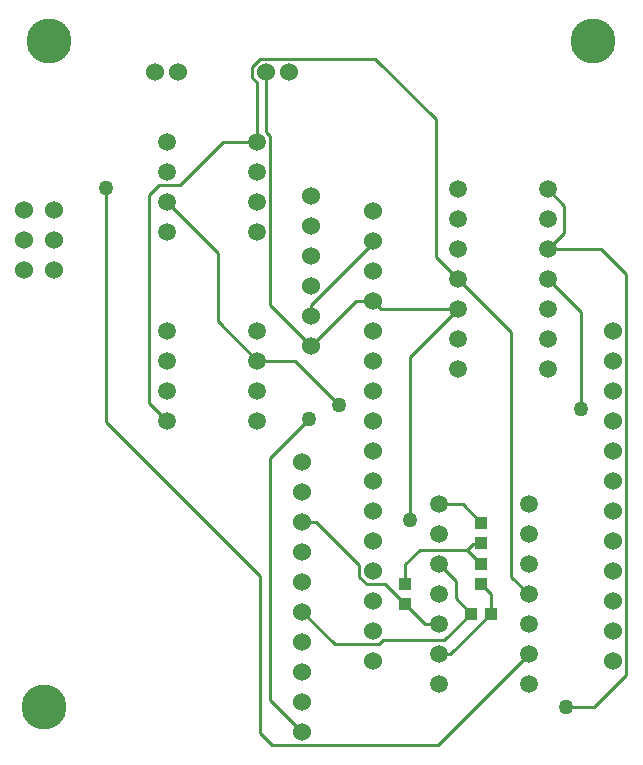
<source format=gbl>
G04 Layer_Physical_Order=2*
G04 Layer_Color=16711680*
%FSAX25Y25*%
%MOIN*%
G70*
G01*
G75*
%ADD10R,0.04331X0.03937*%
%ADD11R,0.03937X0.04331*%
%ADD12C,0.01000*%
%ADD13C,0.06000*%
%ADD14C,0.05906*%
%ADD15C,0.15000*%
%ADD16C,0.05000*%
D10*
X0349247Y0166100D02*
D03*
X0342553D02*
D03*
D11*
X0320700Y0175847D02*
D03*
Y0169153D02*
D03*
X0346000Y0196447D02*
D03*
Y0189753D02*
D03*
Y0182546D02*
D03*
Y0175854D02*
D03*
D12*
X0275700Y0137400D02*
X0286400Y0126700D01*
X0275700Y0137400D02*
Y0218000D01*
X0288600Y0230900D01*
X0314054Y0175800D02*
X0320700Y0169153D01*
X0308036Y0175800D02*
X0314054D01*
X0305400Y0178436D02*
X0308036Y0175800D01*
X0305400Y0178436D02*
Y0182164D01*
X0290864Y0196700D02*
X0305400Y0182164D01*
X0286400Y0196700D02*
X0290864D01*
X0374400Y0134800D02*
X0383600D01*
X0394400Y0145600D01*
Y0232164D01*
Y0231000D02*
Y0279200D01*
X0386000Y0287600D02*
X0394400Y0279200D01*
X0368200Y0287600D02*
X0386000D01*
X0258100Y0263500D02*
X0271400Y0250200D01*
X0258100Y0263500D02*
Y0286300D01*
X0241100Y0303300D02*
X0258100Y0286300D01*
X0284000Y0250200D02*
X0298700Y0235500D01*
X0271400Y0250200D02*
X0284000D01*
X0379300Y0234300D02*
Y0266500D01*
X0368200Y0277600D02*
X0379300Y0266500D01*
X0322300Y0251700D02*
X0338200Y0267600D01*
X0322300Y0197200D02*
Y0251700D01*
X0286400Y0166700D02*
X0297300Y0155800D01*
X0311764D01*
X0313164Y0157200D01*
X0333653D01*
X0342553Y0166100D01*
X0276300Y0122200D02*
X0331500D01*
X0272200Y0126300D02*
X0276300Y0122200D01*
X0272200Y0126300D02*
Y0178600D01*
X0331500Y0122200D02*
X0361800Y0152500D01*
X0220900Y0229900D02*
X0272200Y0178600D01*
X0220900Y0229900D02*
Y0307800D01*
X0331800Y0152500D02*
X0335647D01*
X0349247Y0166100D01*
X0356000Y0178300D02*
X0361800Y0172500D01*
X0356000Y0178300D02*
Y0259800D01*
X0338200Y0277600D02*
X0356000Y0259800D01*
X0309900Y0270300D02*
X0312600Y0267600D01*
X0338200D01*
X0289200Y0255200D02*
X0304300Y0270300D01*
X0309900D01*
X0289200Y0265200D02*
Y0268836D01*
X0309900Y0289536D01*
Y0290300D01*
X0330900Y0284900D02*
X0338200Y0277600D01*
X0330900Y0284900D02*
Y0330800D01*
X0310700Y0351000D02*
X0330900Y0330800D01*
X0272236Y0351000D02*
X0310700D01*
X0269600Y0348364D02*
X0272236Y0351000D01*
X0269600Y0344636D02*
Y0348364D01*
Y0344636D02*
X0271100Y0343136D01*
Y0323300D02*
Y0343136D01*
X0235200Y0236400D02*
X0241400Y0230200D01*
X0235200Y0236400D02*
Y0305600D01*
X0238447Y0308847D01*
X0245553D01*
X0260005Y0323300D01*
X0271100D01*
X0219400Y0307800D02*
X0220900D01*
X0275553Y0268847D02*
X0289200Y0255200D01*
X0275553Y0268847D02*
Y0325144D01*
X0274100Y0326597D02*
X0275553Y0325144D01*
X0274100Y0326597D02*
Y0346500D01*
X0368200Y0287600D02*
X0373700Y0293100D01*
Y0302100D01*
X0368200Y0307600D02*
X0373700Y0302100D01*
X0331800Y0202500D02*
X0339947D01*
X0346000Y0196447D01*
X0343400Y0189453D02*
X0346100D01*
X0341247Y0187300D02*
X0343400Y0189453D01*
X0341247Y0187300D02*
X0346000Y0182546D01*
X0325500Y0187300D02*
X0341247D01*
X0320700Y0182500D02*
X0325500Y0187300D01*
X0320700Y0175847D02*
Y0182500D01*
X0327354Y0162500D02*
X0331800D01*
X0320700Y0169153D02*
X0327354Y0162500D01*
X0346000Y0175854D02*
X0349247Y0172607D01*
Y0166100D02*
Y0172607D01*
X0337500Y0171153D02*
X0342553Y0166100D01*
X0337500Y0171153D02*
Y0176800D01*
X0331800Y0182500D02*
X0337500Y0176800D01*
D13*
X0286400Y0176700D02*
D03*
Y0186700D02*
D03*
Y0196700D02*
D03*
Y0206700D02*
D03*
Y0216700D02*
D03*
Y0166700D02*
D03*
Y0156700D02*
D03*
Y0146700D02*
D03*
Y0136700D02*
D03*
Y0126700D02*
D03*
X0389900Y0220300D02*
D03*
Y0210300D02*
D03*
Y0230300D02*
D03*
Y0190300D02*
D03*
Y0200300D02*
D03*
Y0260300D02*
D03*
Y0240300D02*
D03*
Y0250300D02*
D03*
Y0180300D02*
D03*
Y0150300D02*
D03*
Y0170300D02*
D03*
X0309900Y0180300D02*
D03*
Y0190300D02*
D03*
X0389900Y0160300D02*
D03*
X0309900Y0170300D02*
D03*
Y0300300D02*
D03*
Y0280300D02*
D03*
Y0290300D02*
D03*
Y0260300D02*
D03*
Y0270300D02*
D03*
Y0240300D02*
D03*
Y0250300D02*
D03*
Y0220300D02*
D03*
Y0230300D02*
D03*
Y0210300D02*
D03*
Y0200300D02*
D03*
Y0150300D02*
D03*
Y0160300D02*
D03*
X0203700Y0300500D02*
D03*
Y0290500D02*
D03*
Y0280500D02*
D03*
X0193700Y0300500D02*
D03*
Y0290500D02*
D03*
Y0280500D02*
D03*
X0289200Y0305200D02*
D03*
Y0295200D02*
D03*
Y0285200D02*
D03*
Y0275200D02*
D03*
Y0265200D02*
D03*
Y0255200D02*
D03*
X0282000Y0346500D02*
D03*
X0274100D02*
D03*
X0237100D02*
D03*
X0245000D02*
D03*
D14*
X0271400Y0260200D02*
D03*
Y0250200D02*
D03*
Y0240200D02*
D03*
Y0230200D02*
D03*
X0241400Y0260200D02*
D03*
Y0250200D02*
D03*
Y0240200D02*
D03*
Y0230200D02*
D03*
X0271100Y0303300D02*
D03*
Y0293300D02*
D03*
Y0323300D02*
D03*
Y0313300D02*
D03*
X0241100Y0323300D02*
D03*
Y0313300D02*
D03*
Y0303300D02*
D03*
Y0293300D02*
D03*
X0361800Y0162500D02*
D03*
Y0172500D02*
D03*
Y0152500D02*
D03*
Y0192500D02*
D03*
Y0202500D02*
D03*
Y0182500D02*
D03*
Y0142500D02*
D03*
X0331800Y0202500D02*
D03*
Y0192500D02*
D03*
Y0182500D02*
D03*
Y0172500D02*
D03*
Y0162500D02*
D03*
Y0152500D02*
D03*
Y0142500D02*
D03*
X0368200Y0307600D02*
D03*
Y0297600D02*
D03*
Y0287600D02*
D03*
Y0277600D02*
D03*
Y0267600D02*
D03*
Y0257600D02*
D03*
Y0247600D02*
D03*
X0338200D02*
D03*
Y0257600D02*
D03*
Y0267600D02*
D03*
Y0277600D02*
D03*
Y0287600D02*
D03*
Y0297600D02*
D03*
Y0307600D02*
D03*
D15*
X0200100Y0134900D02*
D03*
X0383200Y0357100D02*
D03*
X0201800Y0356800D02*
D03*
D16*
X0288600Y0230900D02*
D03*
X0374400Y0134800D02*
D03*
X0298700Y0235500D02*
D03*
X0379300Y0234300D02*
D03*
X0322300Y0197200D02*
D03*
X0220900Y0307800D02*
D03*
M02*

</source>
